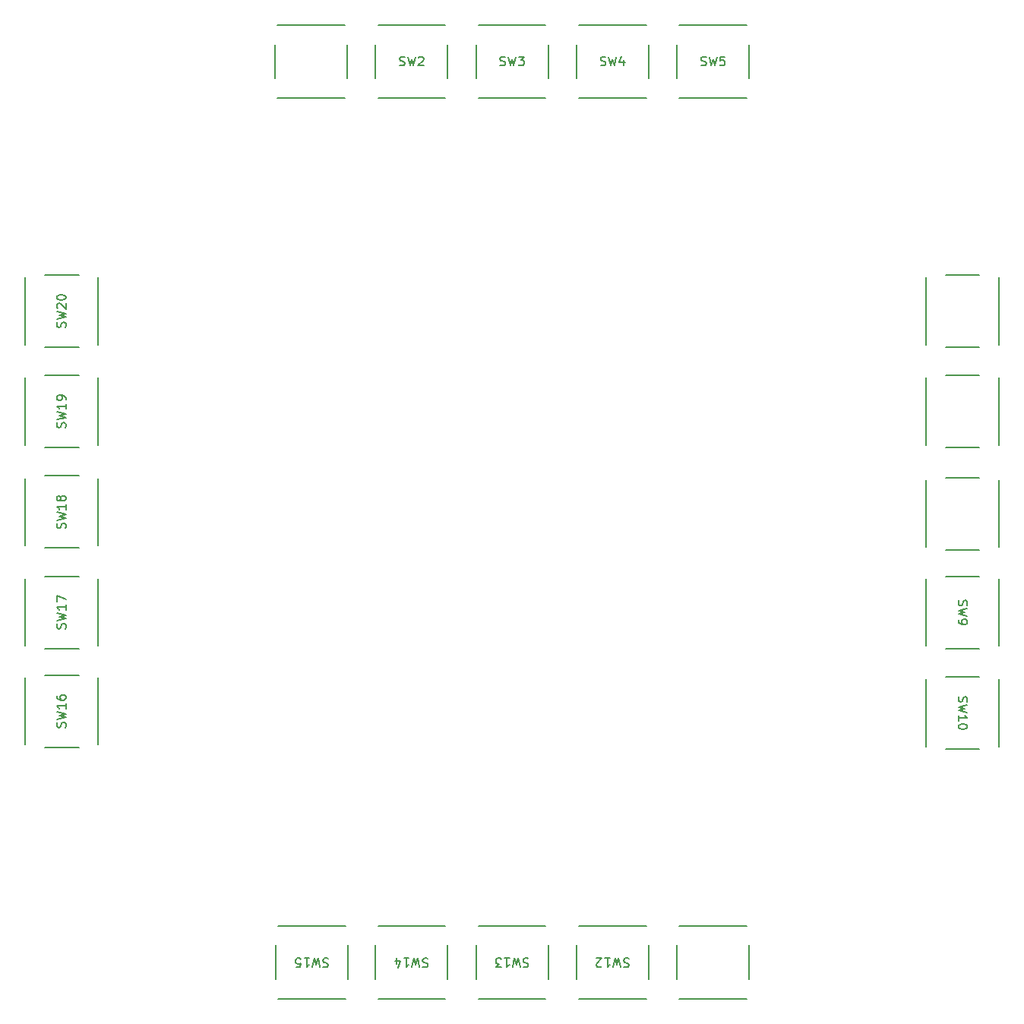
<source format=gbr>
%TF.GenerationSoftware,KiCad,Pcbnew,9.0.2-9.0.2-0~ubuntu22.04.1*%
%TF.CreationDate,2025-06-17T17:34:02-07:00*%
%TF.ProjectId,ddi_1.2,6464695f-312e-4322-9e6b-696361645f70,rev?*%
%TF.SameCoordinates,Original*%
%TF.FileFunction,Legend,Top*%
%TF.FilePolarity,Positive*%
%FSLAX46Y46*%
G04 Gerber Fmt 4.6, Leading zero omitted, Abs format (unit mm)*
G04 Created by KiCad (PCBNEW 9.0.2-9.0.2-0~ubuntu22.04.1) date 2025-06-17 17:34:02*
%MOMM*%
%LPD*%
G01*
G04 APERTURE LIST*
%ADD10C,0.150000*%
%ADD11C,0.152400*%
G04 APERTURE END LIST*
D10*
X100207202Y-113009523D02*
X100254821Y-112866666D01*
X100254821Y-112866666D02*
X100254821Y-112628571D01*
X100254821Y-112628571D02*
X100207202Y-112533333D01*
X100207202Y-112533333D02*
X100159582Y-112485714D01*
X100159582Y-112485714D02*
X100064344Y-112438095D01*
X100064344Y-112438095D02*
X99969106Y-112438095D01*
X99969106Y-112438095D02*
X99873868Y-112485714D01*
X99873868Y-112485714D02*
X99826249Y-112533333D01*
X99826249Y-112533333D02*
X99778630Y-112628571D01*
X99778630Y-112628571D02*
X99731011Y-112819047D01*
X99731011Y-112819047D02*
X99683392Y-112914285D01*
X99683392Y-112914285D02*
X99635773Y-112961904D01*
X99635773Y-112961904D02*
X99540535Y-113009523D01*
X99540535Y-113009523D02*
X99445297Y-113009523D01*
X99445297Y-113009523D02*
X99350059Y-112961904D01*
X99350059Y-112961904D02*
X99302440Y-112914285D01*
X99302440Y-112914285D02*
X99254821Y-112819047D01*
X99254821Y-112819047D02*
X99254821Y-112580952D01*
X99254821Y-112580952D02*
X99302440Y-112438095D01*
X99254821Y-112104761D02*
X100254821Y-111866666D01*
X100254821Y-111866666D02*
X99540535Y-111676190D01*
X99540535Y-111676190D02*
X100254821Y-111485714D01*
X100254821Y-111485714D02*
X99254821Y-111247619D01*
X100254821Y-110342857D02*
X100254821Y-110914285D01*
X100254821Y-110628571D02*
X99254821Y-110628571D01*
X99254821Y-110628571D02*
X99397678Y-110723809D01*
X99397678Y-110723809D02*
X99492916Y-110819047D01*
X99492916Y-110819047D02*
X99540535Y-110914285D01*
X99254821Y-110009523D02*
X99254821Y-109342857D01*
X99254821Y-109342857D02*
X100254821Y-109771428D01*
X100207202Y-79409523D02*
X100254821Y-79266666D01*
X100254821Y-79266666D02*
X100254821Y-79028571D01*
X100254821Y-79028571D02*
X100207202Y-78933333D01*
X100207202Y-78933333D02*
X100159582Y-78885714D01*
X100159582Y-78885714D02*
X100064344Y-78838095D01*
X100064344Y-78838095D02*
X99969106Y-78838095D01*
X99969106Y-78838095D02*
X99873868Y-78885714D01*
X99873868Y-78885714D02*
X99826249Y-78933333D01*
X99826249Y-78933333D02*
X99778630Y-79028571D01*
X99778630Y-79028571D02*
X99731011Y-79219047D01*
X99731011Y-79219047D02*
X99683392Y-79314285D01*
X99683392Y-79314285D02*
X99635773Y-79361904D01*
X99635773Y-79361904D02*
X99540535Y-79409523D01*
X99540535Y-79409523D02*
X99445297Y-79409523D01*
X99445297Y-79409523D02*
X99350059Y-79361904D01*
X99350059Y-79361904D02*
X99302440Y-79314285D01*
X99302440Y-79314285D02*
X99254821Y-79219047D01*
X99254821Y-79219047D02*
X99254821Y-78980952D01*
X99254821Y-78980952D02*
X99302440Y-78838095D01*
X99254821Y-78504761D02*
X100254821Y-78266666D01*
X100254821Y-78266666D02*
X99540535Y-78076190D01*
X99540535Y-78076190D02*
X100254821Y-77885714D01*
X100254821Y-77885714D02*
X99254821Y-77647619D01*
X99350059Y-77314285D02*
X99302440Y-77266666D01*
X99302440Y-77266666D02*
X99254821Y-77171428D01*
X99254821Y-77171428D02*
X99254821Y-76933333D01*
X99254821Y-76933333D02*
X99302440Y-76838095D01*
X99302440Y-76838095D02*
X99350059Y-76790476D01*
X99350059Y-76790476D02*
X99445297Y-76742857D01*
X99445297Y-76742857D02*
X99540535Y-76742857D01*
X99540535Y-76742857D02*
X99683392Y-76790476D01*
X99683392Y-76790476D02*
X100254821Y-77361904D01*
X100254821Y-77361904D02*
X100254821Y-76742857D01*
X99254821Y-76123809D02*
X99254821Y-76028571D01*
X99254821Y-76028571D02*
X99302440Y-75933333D01*
X99302440Y-75933333D02*
X99350059Y-75885714D01*
X99350059Y-75885714D02*
X99445297Y-75838095D01*
X99445297Y-75838095D02*
X99635773Y-75790476D01*
X99635773Y-75790476D02*
X99873868Y-75790476D01*
X99873868Y-75790476D02*
X100064344Y-75838095D01*
X100064344Y-75838095D02*
X100159582Y-75885714D01*
X100159582Y-75885714D02*
X100207202Y-75933333D01*
X100207202Y-75933333D02*
X100254821Y-76028571D01*
X100254821Y-76028571D02*
X100254821Y-76123809D01*
X100254821Y-76123809D02*
X100207202Y-76219047D01*
X100207202Y-76219047D02*
X100159582Y-76266666D01*
X100159582Y-76266666D02*
X100064344Y-76314285D01*
X100064344Y-76314285D02*
X99873868Y-76361904D01*
X99873868Y-76361904D02*
X99635773Y-76361904D01*
X99635773Y-76361904D02*
X99445297Y-76314285D01*
X99445297Y-76314285D02*
X99350059Y-76266666D01*
X99350059Y-76266666D02*
X99302440Y-76219047D01*
X99302440Y-76219047D02*
X99254821Y-76123809D01*
X171066667Y-50207202D02*
X171209524Y-50254821D01*
X171209524Y-50254821D02*
X171447619Y-50254821D01*
X171447619Y-50254821D02*
X171542857Y-50207202D01*
X171542857Y-50207202D02*
X171590476Y-50159582D01*
X171590476Y-50159582D02*
X171638095Y-50064344D01*
X171638095Y-50064344D02*
X171638095Y-49969106D01*
X171638095Y-49969106D02*
X171590476Y-49873868D01*
X171590476Y-49873868D02*
X171542857Y-49826249D01*
X171542857Y-49826249D02*
X171447619Y-49778630D01*
X171447619Y-49778630D02*
X171257143Y-49731011D01*
X171257143Y-49731011D02*
X171161905Y-49683392D01*
X171161905Y-49683392D02*
X171114286Y-49635773D01*
X171114286Y-49635773D02*
X171066667Y-49540535D01*
X171066667Y-49540535D02*
X171066667Y-49445297D01*
X171066667Y-49445297D02*
X171114286Y-49350059D01*
X171114286Y-49350059D02*
X171161905Y-49302440D01*
X171161905Y-49302440D02*
X171257143Y-49254821D01*
X171257143Y-49254821D02*
X171495238Y-49254821D01*
X171495238Y-49254821D02*
X171638095Y-49302440D01*
X171971429Y-49254821D02*
X172209524Y-50254821D01*
X172209524Y-50254821D02*
X172400000Y-49540535D01*
X172400000Y-49540535D02*
X172590476Y-50254821D01*
X172590476Y-50254821D02*
X172828572Y-49254821D01*
X173685714Y-49254821D02*
X173209524Y-49254821D01*
X173209524Y-49254821D02*
X173161905Y-49731011D01*
X173161905Y-49731011D02*
X173209524Y-49683392D01*
X173209524Y-49683392D02*
X173304762Y-49635773D01*
X173304762Y-49635773D02*
X173542857Y-49635773D01*
X173542857Y-49635773D02*
X173638095Y-49683392D01*
X173638095Y-49683392D02*
X173685714Y-49731011D01*
X173685714Y-49731011D02*
X173733333Y-49826249D01*
X173733333Y-49826249D02*
X173733333Y-50064344D01*
X173733333Y-50064344D02*
X173685714Y-50159582D01*
X173685714Y-50159582D02*
X173638095Y-50207202D01*
X173638095Y-50207202D02*
X173542857Y-50254821D01*
X173542857Y-50254821D02*
X173304762Y-50254821D01*
X173304762Y-50254821D02*
X173209524Y-50207202D01*
X173209524Y-50207202D02*
X173161905Y-50159582D01*
X151809522Y-149792798D02*
X151666665Y-149745178D01*
X151666665Y-149745178D02*
X151428570Y-149745178D01*
X151428570Y-149745178D02*
X151333332Y-149792798D01*
X151333332Y-149792798D02*
X151285713Y-149840417D01*
X151285713Y-149840417D02*
X151238094Y-149935655D01*
X151238094Y-149935655D02*
X151238094Y-150030893D01*
X151238094Y-150030893D02*
X151285713Y-150126131D01*
X151285713Y-150126131D02*
X151333332Y-150173750D01*
X151333332Y-150173750D02*
X151428570Y-150221369D01*
X151428570Y-150221369D02*
X151619046Y-150268988D01*
X151619046Y-150268988D02*
X151714284Y-150316607D01*
X151714284Y-150316607D02*
X151761903Y-150364226D01*
X151761903Y-150364226D02*
X151809522Y-150459464D01*
X151809522Y-150459464D02*
X151809522Y-150554702D01*
X151809522Y-150554702D02*
X151761903Y-150649940D01*
X151761903Y-150649940D02*
X151714284Y-150697559D01*
X151714284Y-150697559D02*
X151619046Y-150745178D01*
X151619046Y-150745178D02*
X151380951Y-150745178D01*
X151380951Y-150745178D02*
X151238094Y-150697559D01*
X150904760Y-150745178D02*
X150666665Y-149745178D01*
X150666665Y-149745178D02*
X150476189Y-150459464D01*
X150476189Y-150459464D02*
X150285713Y-149745178D01*
X150285713Y-149745178D02*
X150047618Y-150745178D01*
X149142856Y-149745178D02*
X149714284Y-149745178D01*
X149428570Y-149745178D02*
X149428570Y-150745178D01*
X149428570Y-150745178D02*
X149523808Y-150602321D01*
X149523808Y-150602321D02*
X149619046Y-150507083D01*
X149619046Y-150507083D02*
X149714284Y-150459464D01*
X148809522Y-150745178D02*
X148190475Y-150745178D01*
X148190475Y-150745178D02*
X148523808Y-150364226D01*
X148523808Y-150364226D02*
X148380951Y-150364226D01*
X148380951Y-150364226D02*
X148285713Y-150316607D01*
X148285713Y-150316607D02*
X148238094Y-150268988D01*
X148238094Y-150268988D02*
X148190475Y-150173750D01*
X148190475Y-150173750D02*
X148190475Y-149935655D01*
X148190475Y-149935655D02*
X148238094Y-149840417D01*
X148238094Y-149840417D02*
X148285713Y-149792798D01*
X148285713Y-149792798D02*
X148380951Y-149745178D01*
X148380951Y-149745178D02*
X148666665Y-149745178D01*
X148666665Y-149745178D02*
X148761903Y-149792798D01*
X148761903Y-149792798D02*
X148809522Y-149840417D01*
X199792798Y-109866667D02*
X199745178Y-110009524D01*
X199745178Y-110009524D02*
X199745178Y-110247619D01*
X199745178Y-110247619D02*
X199792798Y-110342857D01*
X199792798Y-110342857D02*
X199840417Y-110390476D01*
X199840417Y-110390476D02*
X199935655Y-110438095D01*
X199935655Y-110438095D02*
X200030893Y-110438095D01*
X200030893Y-110438095D02*
X200126131Y-110390476D01*
X200126131Y-110390476D02*
X200173750Y-110342857D01*
X200173750Y-110342857D02*
X200221369Y-110247619D01*
X200221369Y-110247619D02*
X200268988Y-110057143D01*
X200268988Y-110057143D02*
X200316607Y-109961905D01*
X200316607Y-109961905D02*
X200364226Y-109914286D01*
X200364226Y-109914286D02*
X200459464Y-109866667D01*
X200459464Y-109866667D02*
X200554702Y-109866667D01*
X200554702Y-109866667D02*
X200649940Y-109914286D01*
X200649940Y-109914286D02*
X200697559Y-109961905D01*
X200697559Y-109961905D02*
X200745178Y-110057143D01*
X200745178Y-110057143D02*
X200745178Y-110295238D01*
X200745178Y-110295238D02*
X200697559Y-110438095D01*
X200745178Y-110771429D02*
X199745178Y-111009524D01*
X199745178Y-111009524D02*
X200459464Y-111200000D01*
X200459464Y-111200000D02*
X199745178Y-111390476D01*
X199745178Y-111390476D02*
X200745178Y-111628572D01*
X199745178Y-112057143D02*
X199745178Y-112247619D01*
X199745178Y-112247619D02*
X199792798Y-112342857D01*
X199792798Y-112342857D02*
X199840417Y-112390476D01*
X199840417Y-112390476D02*
X199983274Y-112485714D01*
X199983274Y-112485714D02*
X200173750Y-112533333D01*
X200173750Y-112533333D02*
X200554702Y-112533333D01*
X200554702Y-112533333D02*
X200649940Y-112485714D01*
X200649940Y-112485714D02*
X200697559Y-112438095D01*
X200697559Y-112438095D02*
X200745178Y-112342857D01*
X200745178Y-112342857D02*
X200745178Y-112152381D01*
X200745178Y-112152381D02*
X200697559Y-112057143D01*
X200697559Y-112057143D02*
X200649940Y-112009524D01*
X200649940Y-112009524D02*
X200554702Y-111961905D01*
X200554702Y-111961905D02*
X200316607Y-111961905D01*
X200316607Y-111961905D02*
X200221369Y-112009524D01*
X200221369Y-112009524D02*
X200173750Y-112057143D01*
X200173750Y-112057143D02*
X200126131Y-112152381D01*
X200126131Y-112152381D02*
X200126131Y-112342857D01*
X200126131Y-112342857D02*
X200173750Y-112438095D01*
X200173750Y-112438095D02*
X200221369Y-112485714D01*
X200221369Y-112485714D02*
X200316607Y-112533333D01*
X163009522Y-149792798D02*
X162866665Y-149745178D01*
X162866665Y-149745178D02*
X162628570Y-149745178D01*
X162628570Y-149745178D02*
X162533332Y-149792798D01*
X162533332Y-149792798D02*
X162485713Y-149840417D01*
X162485713Y-149840417D02*
X162438094Y-149935655D01*
X162438094Y-149935655D02*
X162438094Y-150030893D01*
X162438094Y-150030893D02*
X162485713Y-150126131D01*
X162485713Y-150126131D02*
X162533332Y-150173750D01*
X162533332Y-150173750D02*
X162628570Y-150221369D01*
X162628570Y-150221369D02*
X162819046Y-150268988D01*
X162819046Y-150268988D02*
X162914284Y-150316607D01*
X162914284Y-150316607D02*
X162961903Y-150364226D01*
X162961903Y-150364226D02*
X163009522Y-150459464D01*
X163009522Y-150459464D02*
X163009522Y-150554702D01*
X163009522Y-150554702D02*
X162961903Y-150649940D01*
X162961903Y-150649940D02*
X162914284Y-150697559D01*
X162914284Y-150697559D02*
X162819046Y-150745178D01*
X162819046Y-150745178D02*
X162580951Y-150745178D01*
X162580951Y-150745178D02*
X162438094Y-150697559D01*
X162104760Y-150745178D02*
X161866665Y-149745178D01*
X161866665Y-149745178D02*
X161676189Y-150459464D01*
X161676189Y-150459464D02*
X161485713Y-149745178D01*
X161485713Y-149745178D02*
X161247618Y-150745178D01*
X160342856Y-149745178D02*
X160914284Y-149745178D01*
X160628570Y-149745178D02*
X160628570Y-150745178D01*
X160628570Y-150745178D02*
X160723808Y-150602321D01*
X160723808Y-150602321D02*
X160819046Y-150507083D01*
X160819046Y-150507083D02*
X160914284Y-150459464D01*
X159961903Y-150649940D02*
X159914284Y-150697559D01*
X159914284Y-150697559D02*
X159819046Y-150745178D01*
X159819046Y-150745178D02*
X159580951Y-150745178D01*
X159580951Y-150745178D02*
X159485713Y-150697559D01*
X159485713Y-150697559D02*
X159438094Y-150649940D01*
X159438094Y-150649940D02*
X159390475Y-150554702D01*
X159390475Y-150554702D02*
X159390475Y-150459464D01*
X159390475Y-150459464D02*
X159438094Y-150316607D01*
X159438094Y-150316607D02*
X160009522Y-149745178D01*
X160009522Y-149745178D02*
X159390475Y-149745178D01*
X100207202Y-101809523D02*
X100254821Y-101666666D01*
X100254821Y-101666666D02*
X100254821Y-101428571D01*
X100254821Y-101428571D02*
X100207202Y-101333333D01*
X100207202Y-101333333D02*
X100159582Y-101285714D01*
X100159582Y-101285714D02*
X100064344Y-101238095D01*
X100064344Y-101238095D02*
X99969106Y-101238095D01*
X99969106Y-101238095D02*
X99873868Y-101285714D01*
X99873868Y-101285714D02*
X99826249Y-101333333D01*
X99826249Y-101333333D02*
X99778630Y-101428571D01*
X99778630Y-101428571D02*
X99731011Y-101619047D01*
X99731011Y-101619047D02*
X99683392Y-101714285D01*
X99683392Y-101714285D02*
X99635773Y-101761904D01*
X99635773Y-101761904D02*
X99540535Y-101809523D01*
X99540535Y-101809523D02*
X99445297Y-101809523D01*
X99445297Y-101809523D02*
X99350059Y-101761904D01*
X99350059Y-101761904D02*
X99302440Y-101714285D01*
X99302440Y-101714285D02*
X99254821Y-101619047D01*
X99254821Y-101619047D02*
X99254821Y-101380952D01*
X99254821Y-101380952D02*
X99302440Y-101238095D01*
X99254821Y-100904761D02*
X100254821Y-100666666D01*
X100254821Y-100666666D02*
X99540535Y-100476190D01*
X99540535Y-100476190D02*
X100254821Y-100285714D01*
X100254821Y-100285714D02*
X99254821Y-100047619D01*
X100254821Y-99142857D02*
X100254821Y-99714285D01*
X100254821Y-99428571D02*
X99254821Y-99428571D01*
X99254821Y-99428571D02*
X99397678Y-99523809D01*
X99397678Y-99523809D02*
X99492916Y-99619047D01*
X99492916Y-99619047D02*
X99540535Y-99714285D01*
X99683392Y-98571428D02*
X99635773Y-98666666D01*
X99635773Y-98666666D02*
X99588154Y-98714285D01*
X99588154Y-98714285D02*
X99492916Y-98761904D01*
X99492916Y-98761904D02*
X99445297Y-98761904D01*
X99445297Y-98761904D02*
X99350059Y-98714285D01*
X99350059Y-98714285D02*
X99302440Y-98666666D01*
X99302440Y-98666666D02*
X99254821Y-98571428D01*
X99254821Y-98571428D02*
X99254821Y-98380952D01*
X99254821Y-98380952D02*
X99302440Y-98285714D01*
X99302440Y-98285714D02*
X99350059Y-98238095D01*
X99350059Y-98238095D02*
X99445297Y-98190476D01*
X99445297Y-98190476D02*
X99492916Y-98190476D01*
X99492916Y-98190476D02*
X99588154Y-98238095D01*
X99588154Y-98238095D02*
X99635773Y-98285714D01*
X99635773Y-98285714D02*
X99683392Y-98380952D01*
X99683392Y-98380952D02*
X99683392Y-98571428D01*
X99683392Y-98571428D02*
X99731011Y-98666666D01*
X99731011Y-98666666D02*
X99778630Y-98714285D01*
X99778630Y-98714285D02*
X99873868Y-98761904D01*
X99873868Y-98761904D02*
X100064344Y-98761904D01*
X100064344Y-98761904D02*
X100159582Y-98714285D01*
X100159582Y-98714285D02*
X100207202Y-98666666D01*
X100207202Y-98666666D02*
X100254821Y-98571428D01*
X100254821Y-98571428D02*
X100254821Y-98380952D01*
X100254821Y-98380952D02*
X100207202Y-98285714D01*
X100207202Y-98285714D02*
X100159582Y-98238095D01*
X100159582Y-98238095D02*
X100064344Y-98190476D01*
X100064344Y-98190476D02*
X99873868Y-98190476D01*
X99873868Y-98190476D02*
X99778630Y-98238095D01*
X99778630Y-98238095D02*
X99731011Y-98285714D01*
X99731011Y-98285714D02*
X99683392Y-98380952D01*
X129509522Y-149792798D02*
X129366665Y-149745178D01*
X129366665Y-149745178D02*
X129128570Y-149745178D01*
X129128570Y-149745178D02*
X129033332Y-149792798D01*
X129033332Y-149792798D02*
X128985713Y-149840417D01*
X128985713Y-149840417D02*
X128938094Y-149935655D01*
X128938094Y-149935655D02*
X128938094Y-150030893D01*
X128938094Y-150030893D02*
X128985713Y-150126131D01*
X128985713Y-150126131D02*
X129033332Y-150173750D01*
X129033332Y-150173750D02*
X129128570Y-150221369D01*
X129128570Y-150221369D02*
X129319046Y-150268988D01*
X129319046Y-150268988D02*
X129414284Y-150316607D01*
X129414284Y-150316607D02*
X129461903Y-150364226D01*
X129461903Y-150364226D02*
X129509522Y-150459464D01*
X129509522Y-150459464D02*
X129509522Y-150554702D01*
X129509522Y-150554702D02*
X129461903Y-150649940D01*
X129461903Y-150649940D02*
X129414284Y-150697559D01*
X129414284Y-150697559D02*
X129319046Y-150745178D01*
X129319046Y-150745178D02*
X129080951Y-150745178D01*
X129080951Y-150745178D02*
X128938094Y-150697559D01*
X128604760Y-150745178D02*
X128366665Y-149745178D01*
X128366665Y-149745178D02*
X128176189Y-150459464D01*
X128176189Y-150459464D02*
X127985713Y-149745178D01*
X127985713Y-149745178D02*
X127747618Y-150745178D01*
X126842856Y-149745178D02*
X127414284Y-149745178D01*
X127128570Y-149745178D02*
X127128570Y-150745178D01*
X127128570Y-150745178D02*
X127223808Y-150602321D01*
X127223808Y-150602321D02*
X127319046Y-150507083D01*
X127319046Y-150507083D02*
X127414284Y-150459464D01*
X125938094Y-150745178D02*
X126414284Y-150745178D01*
X126414284Y-150745178D02*
X126461903Y-150268988D01*
X126461903Y-150268988D02*
X126414284Y-150316607D01*
X126414284Y-150316607D02*
X126319046Y-150364226D01*
X126319046Y-150364226D02*
X126080951Y-150364226D01*
X126080951Y-150364226D02*
X125985713Y-150316607D01*
X125985713Y-150316607D02*
X125938094Y-150268988D01*
X125938094Y-150268988D02*
X125890475Y-150173750D01*
X125890475Y-150173750D02*
X125890475Y-149935655D01*
X125890475Y-149935655D02*
X125938094Y-149840417D01*
X125938094Y-149840417D02*
X125985713Y-149792798D01*
X125985713Y-149792798D02*
X126080951Y-149745178D01*
X126080951Y-149745178D02*
X126319046Y-149745178D01*
X126319046Y-149745178D02*
X126414284Y-149792798D01*
X126414284Y-149792798D02*
X126461903Y-149840417D01*
X137466667Y-50207202D02*
X137609524Y-50254821D01*
X137609524Y-50254821D02*
X137847619Y-50254821D01*
X137847619Y-50254821D02*
X137942857Y-50207202D01*
X137942857Y-50207202D02*
X137990476Y-50159582D01*
X137990476Y-50159582D02*
X138038095Y-50064344D01*
X138038095Y-50064344D02*
X138038095Y-49969106D01*
X138038095Y-49969106D02*
X137990476Y-49873868D01*
X137990476Y-49873868D02*
X137942857Y-49826249D01*
X137942857Y-49826249D02*
X137847619Y-49778630D01*
X137847619Y-49778630D02*
X137657143Y-49731011D01*
X137657143Y-49731011D02*
X137561905Y-49683392D01*
X137561905Y-49683392D02*
X137514286Y-49635773D01*
X137514286Y-49635773D02*
X137466667Y-49540535D01*
X137466667Y-49540535D02*
X137466667Y-49445297D01*
X137466667Y-49445297D02*
X137514286Y-49350059D01*
X137514286Y-49350059D02*
X137561905Y-49302440D01*
X137561905Y-49302440D02*
X137657143Y-49254821D01*
X137657143Y-49254821D02*
X137895238Y-49254821D01*
X137895238Y-49254821D02*
X138038095Y-49302440D01*
X138371429Y-49254821D02*
X138609524Y-50254821D01*
X138609524Y-50254821D02*
X138800000Y-49540535D01*
X138800000Y-49540535D02*
X138990476Y-50254821D01*
X138990476Y-50254821D02*
X139228572Y-49254821D01*
X139561905Y-49350059D02*
X139609524Y-49302440D01*
X139609524Y-49302440D02*
X139704762Y-49254821D01*
X139704762Y-49254821D02*
X139942857Y-49254821D01*
X139942857Y-49254821D02*
X140038095Y-49302440D01*
X140038095Y-49302440D02*
X140085714Y-49350059D01*
X140085714Y-49350059D02*
X140133333Y-49445297D01*
X140133333Y-49445297D02*
X140133333Y-49540535D01*
X140133333Y-49540535D02*
X140085714Y-49683392D01*
X140085714Y-49683392D02*
X139514286Y-50254821D01*
X139514286Y-50254821D02*
X140133333Y-50254821D01*
X148666667Y-50207202D02*
X148809524Y-50254821D01*
X148809524Y-50254821D02*
X149047619Y-50254821D01*
X149047619Y-50254821D02*
X149142857Y-50207202D01*
X149142857Y-50207202D02*
X149190476Y-50159582D01*
X149190476Y-50159582D02*
X149238095Y-50064344D01*
X149238095Y-50064344D02*
X149238095Y-49969106D01*
X149238095Y-49969106D02*
X149190476Y-49873868D01*
X149190476Y-49873868D02*
X149142857Y-49826249D01*
X149142857Y-49826249D02*
X149047619Y-49778630D01*
X149047619Y-49778630D02*
X148857143Y-49731011D01*
X148857143Y-49731011D02*
X148761905Y-49683392D01*
X148761905Y-49683392D02*
X148714286Y-49635773D01*
X148714286Y-49635773D02*
X148666667Y-49540535D01*
X148666667Y-49540535D02*
X148666667Y-49445297D01*
X148666667Y-49445297D02*
X148714286Y-49350059D01*
X148714286Y-49350059D02*
X148761905Y-49302440D01*
X148761905Y-49302440D02*
X148857143Y-49254821D01*
X148857143Y-49254821D02*
X149095238Y-49254821D01*
X149095238Y-49254821D02*
X149238095Y-49302440D01*
X149571429Y-49254821D02*
X149809524Y-50254821D01*
X149809524Y-50254821D02*
X150000000Y-49540535D01*
X150000000Y-49540535D02*
X150190476Y-50254821D01*
X150190476Y-50254821D02*
X150428572Y-49254821D01*
X150714286Y-49254821D02*
X151333333Y-49254821D01*
X151333333Y-49254821D02*
X151000000Y-49635773D01*
X151000000Y-49635773D02*
X151142857Y-49635773D01*
X151142857Y-49635773D02*
X151238095Y-49683392D01*
X151238095Y-49683392D02*
X151285714Y-49731011D01*
X151285714Y-49731011D02*
X151333333Y-49826249D01*
X151333333Y-49826249D02*
X151333333Y-50064344D01*
X151333333Y-50064344D02*
X151285714Y-50159582D01*
X151285714Y-50159582D02*
X151238095Y-50207202D01*
X151238095Y-50207202D02*
X151142857Y-50254821D01*
X151142857Y-50254821D02*
X150857143Y-50254821D01*
X150857143Y-50254821D02*
X150761905Y-50207202D01*
X150761905Y-50207202D02*
X150714286Y-50159582D01*
X100207202Y-124009523D02*
X100254821Y-123866666D01*
X100254821Y-123866666D02*
X100254821Y-123628571D01*
X100254821Y-123628571D02*
X100207202Y-123533333D01*
X100207202Y-123533333D02*
X100159582Y-123485714D01*
X100159582Y-123485714D02*
X100064344Y-123438095D01*
X100064344Y-123438095D02*
X99969106Y-123438095D01*
X99969106Y-123438095D02*
X99873868Y-123485714D01*
X99873868Y-123485714D02*
X99826249Y-123533333D01*
X99826249Y-123533333D02*
X99778630Y-123628571D01*
X99778630Y-123628571D02*
X99731011Y-123819047D01*
X99731011Y-123819047D02*
X99683392Y-123914285D01*
X99683392Y-123914285D02*
X99635773Y-123961904D01*
X99635773Y-123961904D02*
X99540535Y-124009523D01*
X99540535Y-124009523D02*
X99445297Y-124009523D01*
X99445297Y-124009523D02*
X99350059Y-123961904D01*
X99350059Y-123961904D02*
X99302440Y-123914285D01*
X99302440Y-123914285D02*
X99254821Y-123819047D01*
X99254821Y-123819047D02*
X99254821Y-123580952D01*
X99254821Y-123580952D02*
X99302440Y-123438095D01*
X99254821Y-123104761D02*
X100254821Y-122866666D01*
X100254821Y-122866666D02*
X99540535Y-122676190D01*
X99540535Y-122676190D02*
X100254821Y-122485714D01*
X100254821Y-122485714D02*
X99254821Y-122247619D01*
X100254821Y-121342857D02*
X100254821Y-121914285D01*
X100254821Y-121628571D02*
X99254821Y-121628571D01*
X99254821Y-121628571D02*
X99397678Y-121723809D01*
X99397678Y-121723809D02*
X99492916Y-121819047D01*
X99492916Y-121819047D02*
X99540535Y-121914285D01*
X99254821Y-120485714D02*
X99254821Y-120676190D01*
X99254821Y-120676190D02*
X99302440Y-120771428D01*
X99302440Y-120771428D02*
X99350059Y-120819047D01*
X99350059Y-120819047D02*
X99492916Y-120914285D01*
X99492916Y-120914285D02*
X99683392Y-120961904D01*
X99683392Y-120961904D02*
X100064344Y-120961904D01*
X100064344Y-120961904D02*
X100159582Y-120914285D01*
X100159582Y-120914285D02*
X100207202Y-120866666D01*
X100207202Y-120866666D02*
X100254821Y-120771428D01*
X100254821Y-120771428D02*
X100254821Y-120580952D01*
X100254821Y-120580952D02*
X100207202Y-120485714D01*
X100207202Y-120485714D02*
X100159582Y-120438095D01*
X100159582Y-120438095D02*
X100064344Y-120390476D01*
X100064344Y-120390476D02*
X99826249Y-120390476D01*
X99826249Y-120390476D02*
X99731011Y-120438095D01*
X99731011Y-120438095D02*
X99683392Y-120485714D01*
X99683392Y-120485714D02*
X99635773Y-120580952D01*
X99635773Y-120580952D02*
X99635773Y-120771428D01*
X99635773Y-120771428D02*
X99683392Y-120866666D01*
X99683392Y-120866666D02*
X99731011Y-120914285D01*
X99731011Y-120914285D02*
X99826249Y-120961904D01*
X140609522Y-149792798D02*
X140466665Y-149745178D01*
X140466665Y-149745178D02*
X140228570Y-149745178D01*
X140228570Y-149745178D02*
X140133332Y-149792798D01*
X140133332Y-149792798D02*
X140085713Y-149840417D01*
X140085713Y-149840417D02*
X140038094Y-149935655D01*
X140038094Y-149935655D02*
X140038094Y-150030893D01*
X140038094Y-150030893D02*
X140085713Y-150126131D01*
X140085713Y-150126131D02*
X140133332Y-150173750D01*
X140133332Y-150173750D02*
X140228570Y-150221369D01*
X140228570Y-150221369D02*
X140419046Y-150268988D01*
X140419046Y-150268988D02*
X140514284Y-150316607D01*
X140514284Y-150316607D02*
X140561903Y-150364226D01*
X140561903Y-150364226D02*
X140609522Y-150459464D01*
X140609522Y-150459464D02*
X140609522Y-150554702D01*
X140609522Y-150554702D02*
X140561903Y-150649940D01*
X140561903Y-150649940D02*
X140514284Y-150697559D01*
X140514284Y-150697559D02*
X140419046Y-150745178D01*
X140419046Y-150745178D02*
X140180951Y-150745178D01*
X140180951Y-150745178D02*
X140038094Y-150697559D01*
X139704760Y-150745178D02*
X139466665Y-149745178D01*
X139466665Y-149745178D02*
X139276189Y-150459464D01*
X139276189Y-150459464D02*
X139085713Y-149745178D01*
X139085713Y-149745178D02*
X138847618Y-150745178D01*
X137942856Y-149745178D02*
X138514284Y-149745178D01*
X138228570Y-149745178D02*
X138228570Y-150745178D01*
X138228570Y-150745178D02*
X138323808Y-150602321D01*
X138323808Y-150602321D02*
X138419046Y-150507083D01*
X138419046Y-150507083D02*
X138514284Y-150459464D01*
X137085713Y-150411845D02*
X137085713Y-149745178D01*
X137323808Y-150792798D02*
X137561903Y-150078512D01*
X137561903Y-150078512D02*
X136942856Y-150078512D01*
X100207202Y-90609523D02*
X100254821Y-90466666D01*
X100254821Y-90466666D02*
X100254821Y-90228571D01*
X100254821Y-90228571D02*
X100207202Y-90133333D01*
X100207202Y-90133333D02*
X100159582Y-90085714D01*
X100159582Y-90085714D02*
X100064344Y-90038095D01*
X100064344Y-90038095D02*
X99969106Y-90038095D01*
X99969106Y-90038095D02*
X99873868Y-90085714D01*
X99873868Y-90085714D02*
X99826249Y-90133333D01*
X99826249Y-90133333D02*
X99778630Y-90228571D01*
X99778630Y-90228571D02*
X99731011Y-90419047D01*
X99731011Y-90419047D02*
X99683392Y-90514285D01*
X99683392Y-90514285D02*
X99635773Y-90561904D01*
X99635773Y-90561904D02*
X99540535Y-90609523D01*
X99540535Y-90609523D02*
X99445297Y-90609523D01*
X99445297Y-90609523D02*
X99350059Y-90561904D01*
X99350059Y-90561904D02*
X99302440Y-90514285D01*
X99302440Y-90514285D02*
X99254821Y-90419047D01*
X99254821Y-90419047D02*
X99254821Y-90180952D01*
X99254821Y-90180952D02*
X99302440Y-90038095D01*
X99254821Y-89704761D02*
X100254821Y-89466666D01*
X100254821Y-89466666D02*
X99540535Y-89276190D01*
X99540535Y-89276190D02*
X100254821Y-89085714D01*
X100254821Y-89085714D02*
X99254821Y-88847619D01*
X100254821Y-87942857D02*
X100254821Y-88514285D01*
X100254821Y-88228571D02*
X99254821Y-88228571D01*
X99254821Y-88228571D02*
X99397678Y-88323809D01*
X99397678Y-88323809D02*
X99492916Y-88419047D01*
X99492916Y-88419047D02*
X99540535Y-88514285D01*
X100254821Y-87466666D02*
X100254821Y-87276190D01*
X100254821Y-87276190D02*
X100207202Y-87180952D01*
X100207202Y-87180952D02*
X100159582Y-87133333D01*
X100159582Y-87133333D02*
X100016725Y-87038095D01*
X100016725Y-87038095D02*
X99826249Y-86990476D01*
X99826249Y-86990476D02*
X99445297Y-86990476D01*
X99445297Y-86990476D02*
X99350059Y-87038095D01*
X99350059Y-87038095D02*
X99302440Y-87085714D01*
X99302440Y-87085714D02*
X99254821Y-87180952D01*
X99254821Y-87180952D02*
X99254821Y-87371428D01*
X99254821Y-87371428D02*
X99302440Y-87466666D01*
X99302440Y-87466666D02*
X99350059Y-87514285D01*
X99350059Y-87514285D02*
X99445297Y-87561904D01*
X99445297Y-87561904D02*
X99683392Y-87561904D01*
X99683392Y-87561904D02*
X99778630Y-87514285D01*
X99778630Y-87514285D02*
X99826249Y-87466666D01*
X99826249Y-87466666D02*
X99873868Y-87371428D01*
X99873868Y-87371428D02*
X99873868Y-87180952D01*
X99873868Y-87180952D02*
X99826249Y-87085714D01*
X99826249Y-87085714D02*
X99778630Y-87038095D01*
X99778630Y-87038095D02*
X99683392Y-86990476D01*
X159866667Y-50207202D02*
X160009524Y-50254821D01*
X160009524Y-50254821D02*
X160247619Y-50254821D01*
X160247619Y-50254821D02*
X160342857Y-50207202D01*
X160342857Y-50207202D02*
X160390476Y-50159582D01*
X160390476Y-50159582D02*
X160438095Y-50064344D01*
X160438095Y-50064344D02*
X160438095Y-49969106D01*
X160438095Y-49969106D02*
X160390476Y-49873868D01*
X160390476Y-49873868D02*
X160342857Y-49826249D01*
X160342857Y-49826249D02*
X160247619Y-49778630D01*
X160247619Y-49778630D02*
X160057143Y-49731011D01*
X160057143Y-49731011D02*
X159961905Y-49683392D01*
X159961905Y-49683392D02*
X159914286Y-49635773D01*
X159914286Y-49635773D02*
X159866667Y-49540535D01*
X159866667Y-49540535D02*
X159866667Y-49445297D01*
X159866667Y-49445297D02*
X159914286Y-49350059D01*
X159914286Y-49350059D02*
X159961905Y-49302440D01*
X159961905Y-49302440D02*
X160057143Y-49254821D01*
X160057143Y-49254821D02*
X160295238Y-49254821D01*
X160295238Y-49254821D02*
X160438095Y-49302440D01*
X160771429Y-49254821D02*
X161009524Y-50254821D01*
X161009524Y-50254821D02*
X161200000Y-49540535D01*
X161200000Y-49540535D02*
X161390476Y-50254821D01*
X161390476Y-50254821D02*
X161628572Y-49254821D01*
X162438095Y-49588154D02*
X162438095Y-50254821D01*
X162200000Y-49207202D02*
X161961905Y-49921487D01*
X161961905Y-49921487D02*
X162580952Y-49921487D01*
X199792798Y-120590476D02*
X199745178Y-120733333D01*
X199745178Y-120733333D02*
X199745178Y-120971428D01*
X199745178Y-120971428D02*
X199792798Y-121066666D01*
X199792798Y-121066666D02*
X199840417Y-121114285D01*
X199840417Y-121114285D02*
X199935655Y-121161904D01*
X199935655Y-121161904D02*
X200030893Y-121161904D01*
X200030893Y-121161904D02*
X200126131Y-121114285D01*
X200126131Y-121114285D02*
X200173750Y-121066666D01*
X200173750Y-121066666D02*
X200221369Y-120971428D01*
X200221369Y-120971428D02*
X200268988Y-120780952D01*
X200268988Y-120780952D02*
X200316607Y-120685714D01*
X200316607Y-120685714D02*
X200364226Y-120638095D01*
X200364226Y-120638095D02*
X200459464Y-120590476D01*
X200459464Y-120590476D02*
X200554702Y-120590476D01*
X200554702Y-120590476D02*
X200649940Y-120638095D01*
X200649940Y-120638095D02*
X200697559Y-120685714D01*
X200697559Y-120685714D02*
X200745178Y-120780952D01*
X200745178Y-120780952D02*
X200745178Y-121019047D01*
X200745178Y-121019047D02*
X200697559Y-121161904D01*
X200745178Y-121495238D02*
X199745178Y-121733333D01*
X199745178Y-121733333D02*
X200459464Y-121923809D01*
X200459464Y-121923809D02*
X199745178Y-122114285D01*
X199745178Y-122114285D02*
X200745178Y-122352381D01*
X199745178Y-123257142D02*
X199745178Y-122685714D01*
X199745178Y-122971428D02*
X200745178Y-122971428D01*
X200745178Y-122971428D02*
X200602321Y-122876190D01*
X200602321Y-122876190D02*
X200507083Y-122780952D01*
X200507083Y-122780952D02*
X200459464Y-122685714D01*
X200745178Y-123876190D02*
X200745178Y-123971428D01*
X200745178Y-123971428D02*
X200697559Y-124066666D01*
X200697559Y-124066666D02*
X200649940Y-124114285D01*
X200649940Y-124114285D02*
X200554702Y-124161904D01*
X200554702Y-124161904D02*
X200364226Y-124209523D01*
X200364226Y-124209523D02*
X200126131Y-124209523D01*
X200126131Y-124209523D02*
X199935655Y-124161904D01*
X199935655Y-124161904D02*
X199840417Y-124114285D01*
X199840417Y-124114285D02*
X199792798Y-124066666D01*
X199792798Y-124066666D02*
X199745178Y-123971428D01*
X199745178Y-123971428D02*
X199745178Y-123876190D01*
X199745178Y-123876190D02*
X199792798Y-123780952D01*
X199792798Y-123780952D02*
X199840417Y-123733333D01*
X199840417Y-123733333D02*
X199935655Y-123685714D01*
X199935655Y-123685714D02*
X200126131Y-123638095D01*
X200126131Y-123638095D02*
X200364226Y-123638095D01*
X200364226Y-123638095D02*
X200554702Y-123685714D01*
X200554702Y-123685714D02*
X200649940Y-123733333D01*
X200649940Y-123733333D02*
X200697559Y-123780952D01*
X200697559Y-123780952D02*
X200745178Y-123876190D01*
D11*
%TO.C,SW7*%
X196123298Y-85059122D02*
X196123298Y-92540878D01*
X198307134Y-92825900D02*
X202092863Y-92825900D01*
X202092863Y-84774100D02*
X198307134Y-84774100D01*
X204276698Y-92540878D02*
X204276698Y-85059122D01*
%TO.C,SW17*%
X95723302Y-107459122D02*
X95723302Y-114940878D01*
X97907137Y-115225900D02*
X101692866Y-115225900D01*
X101692866Y-107174100D02*
X97907137Y-107174100D01*
X103876702Y-114940878D02*
X103876702Y-107459122D01*
%TO.C,SW20*%
X95723302Y-73859122D02*
X95723302Y-81340878D01*
X97907137Y-81625900D02*
X101692866Y-81625900D01*
X101692866Y-73574100D02*
X97907137Y-73574100D01*
X103876702Y-81340878D02*
X103876702Y-73859122D01*
%TO.C,SW5*%
X168374100Y-47907137D02*
X168374100Y-51692866D01*
X168659122Y-53876702D02*
X176140878Y-53876702D01*
X176140878Y-45723302D02*
X168659122Y-45723302D01*
X176425900Y-51692866D02*
X176425900Y-47907137D01*
%TO.C,SW6*%
X196123298Y-73859122D02*
X196123298Y-81340878D01*
X198307134Y-81625900D02*
X202092863Y-81625900D01*
X202092863Y-73574100D02*
X198307134Y-73574100D01*
X204276698Y-81340878D02*
X204276698Y-73859122D01*
%TO.C,SW13*%
X145974099Y-148307134D02*
X145974099Y-152092863D01*
X146259121Y-154276698D02*
X153740877Y-154276698D01*
X153740877Y-146123298D02*
X146259121Y-146123298D01*
X154025899Y-152092863D02*
X154025899Y-148307134D01*
%TO.C,SW9*%
X196123298Y-107459122D02*
X196123298Y-114940878D01*
X198307134Y-115225900D02*
X202092863Y-115225900D01*
X202092863Y-107174100D02*
X198307134Y-107174100D01*
X204276698Y-114940878D02*
X204276698Y-107459122D01*
%TO.C,SW8*%
X196123298Y-96459122D02*
X196123298Y-103940878D01*
X198307134Y-104225900D02*
X202092863Y-104225900D01*
X202092863Y-96174100D02*
X198307134Y-96174100D01*
X204276698Y-103940878D02*
X204276698Y-96459122D01*
%TO.C,SW12*%
X157174099Y-148307134D02*
X157174099Y-152092863D01*
X157459121Y-154276698D02*
X164940877Y-154276698D01*
X164940877Y-146123298D02*
X157459121Y-146123298D01*
X165225899Y-152092863D02*
X165225899Y-148307134D01*
%TO.C,SW1*%
X123574100Y-47907137D02*
X123574100Y-51692866D01*
X123859122Y-53876702D02*
X131340878Y-53876702D01*
X131340878Y-45723302D02*
X123859122Y-45723302D01*
X131625900Y-51692866D02*
X131625900Y-47907137D01*
%TO.C,SW18*%
X95723302Y-96259122D02*
X95723302Y-103740878D01*
X97907137Y-104025900D02*
X101692866Y-104025900D01*
X101692866Y-95974100D02*
X97907137Y-95974100D01*
X103876702Y-103740878D02*
X103876702Y-96259122D01*
%TO.C,SW15*%
X123674099Y-148307134D02*
X123674099Y-152092863D01*
X123959121Y-154276698D02*
X131440877Y-154276698D01*
X131440877Y-146123298D02*
X123959121Y-146123298D01*
X131725899Y-152092863D02*
X131725899Y-148307134D01*
%TO.C,SW2*%
X134774100Y-47907137D02*
X134774100Y-51692866D01*
X135059122Y-53876702D02*
X142540878Y-53876702D01*
X142540878Y-45723302D02*
X135059122Y-45723302D01*
X142825900Y-51692866D02*
X142825900Y-47907137D01*
%TO.C,SW3*%
X145974100Y-47907137D02*
X145974100Y-51692866D01*
X146259122Y-53876702D02*
X153740878Y-53876702D01*
X153740878Y-45723302D02*
X146259122Y-45723302D01*
X154025900Y-51692866D02*
X154025900Y-47907137D01*
%TO.C,SW11*%
X168374099Y-148307134D02*
X168374099Y-152092863D01*
X168659121Y-154276698D02*
X176140877Y-154276698D01*
X176140877Y-146123298D02*
X168659121Y-146123298D01*
X176425899Y-152092863D02*
X176425899Y-148307134D01*
%TO.C,SW16*%
X95723302Y-118459122D02*
X95723302Y-125940878D01*
X97907137Y-126225900D02*
X101692866Y-126225900D01*
X101692866Y-118174100D02*
X97907137Y-118174100D01*
X103876702Y-125940878D02*
X103876702Y-118459122D01*
%TO.C,SW14*%
X134774099Y-148307134D02*
X134774099Y-152092863D01*
X135059121Y-154276698D02*
X142540877Y-154276698D01*
X142540877Y-146123298D02*
X135059121Y-146123298D01*
X142825899Y-152092863D02*
X142825899Y-148307134D01*
%TO.C,SW19*%
X95723302Y-85059122D02*
X95723302Y-92540878D01*
X97907137Y-92825900D02*
X101692866Y-92825900D01*
X101692866Y-84774100D02*
X97907137Y-84774100D01*
X103876702Y-92540878D02*
X103876702Y-85059122D01*
%TO.C,SW4*%
X157174100Y-47907137D02*
X157174100Y-51692866D01*
X157459122Y-53876702D02*
X164940878Y-53876702D01*
X164940878Y-45723302D02*
X157459122Y-45723302D01*
X165225900Y-51692866D02*
X165225900Y-47907137D01*
%TO.C,SW10*%
X196123298Y-118659122D02*
X196123298Y-126140878D01*
X198307134Y-126425900D02*
X202092863Y-126425900D01*
X202092863Y-118374100D02*
X198307134Y-118374100D01*
X204276698Y-126140878D02*
X204276698Y-118659122D01*
%TD*%
M02*

</source>
